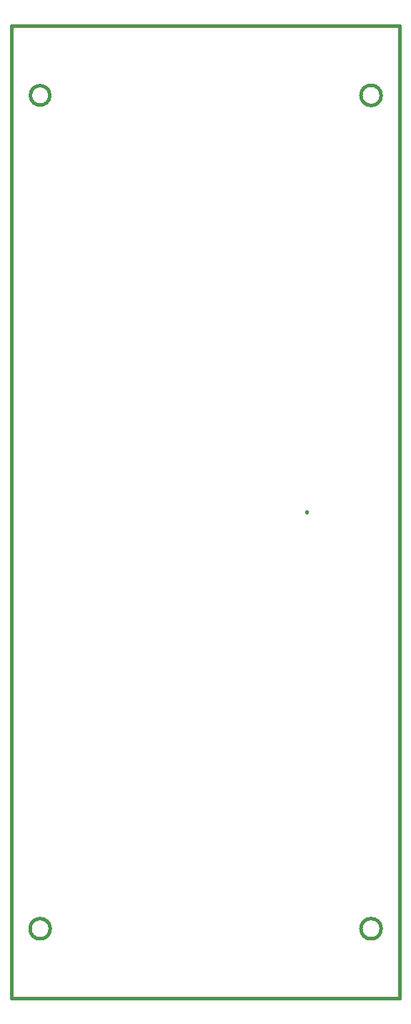
<source format=gbr>
G04 (created by PCBNEW (2013-07-07 BZR 4022)-stable) date 2013-08-19 14:36:30*
%MOIN*%
G04 Gerber Fmt 3.4, Leading zero omitted, Abs format*
%FSLAX34Y34*%
G01*
G70*
G90*
G04 APERTURE LIST*
%ADD10C,0.00393701*%
%ADD11C,0.015*%
G04 APERTURE END LIST*
G54D10*
G54D11*
X51654Y-25394D02*
G75*
G03X51654Y-25394I-453J0D01*
G74*
G01*
X67106Y-25394D02*
G75*
G03X67106Y-25394I-472J0D01*
G74*
G01*
X67107Y-64213D02*
G75*
G03X67107Y-64213I-473J0D01*
G74*
G01*
X51673Y-64213D02*
G75*
G03X51673Y-64213I-472J0D01*
G74*
G01*
X63622Y-44803D02*
X63622Y-44783D01*
X67972Y-22165D02*
X67972Y-67441D01*
X49862Y-22165D02*
X49882Y-22165D01*
X49862Y-67441D02*
X49862Y-22165D01*
X67933Y-67441D02*
X67933Y-67402D01*
X49862Y-67441D02*
X67933Y-67441D01*
X49862Y-22165D02*
X67972Y-22165D01*
M02*

</source>
